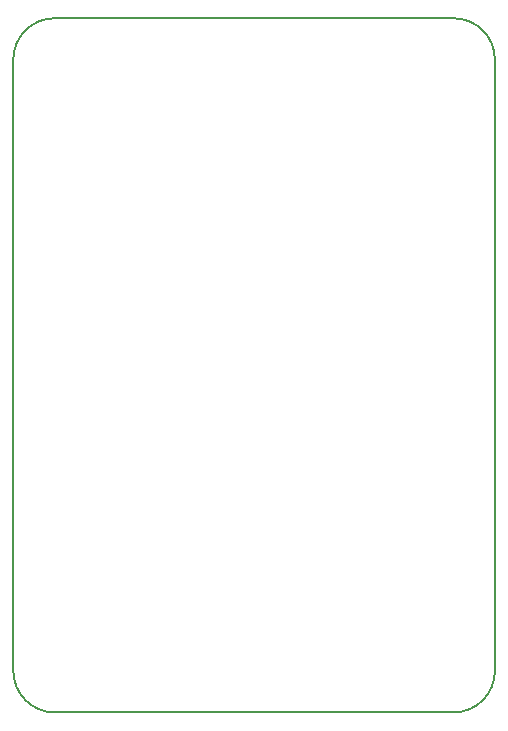
<source format=gbr>
%TF.GenerationSoftware,KiCad,Pcbnew,7.0.7*%
%TF.CreationDate,2023-10-06T20:37:38-05:00*%
%TF.ProjectId,Project_1,50726f6a-6563-4745-9f31-2e6b69636164,rev?*%
%TF.SameCoordinates,Original*%
%TF.FileFunction,Profile,NP*%
%FSLAX46Y46*%
G04 Gerber Fmt 4.6, Leading zero omitted, Abs format (unit mm)*
G04 Created by KiCad (PCBNEW 7.0.7) date 2023-10-06 20:37:38*
%MOMM*%
%LPD*%
G01*
G04 APERTURE LIST*
%TA.AperFunction,Profile*%
%ADD10C,0.200000*%
%TD*%
G04 APERTURE END LIST*
D10*
X105000000Y-119250000D02*
G75*
G03*
X108500000Y-115750000I0J3500000D01*
G01*
X71224873Y-60474873D02*
G75*
G03*
X67724873Y-63974873I27J-3500027D01*
G01*
X105000000Y-60474873D02*
X71224873Y-60474873D01*
X108500000Y-115750000D02*
X108500000Y-63974873D01*
X67724873Y-115724873D02*
X67724873Y-63974873D01*
X67724900Y-115724873D02*
G75*
G03*
X71250000Y-119250000I3525100J-27D01*
G01*
X105000000Y-119250000D02*
X71250000Y-119250000D01*
X108500027Y-63974873D02*
G75*
G03*
X105000000Y-60474873I-3500027J-27D01*
G01*
M02*

</source>
